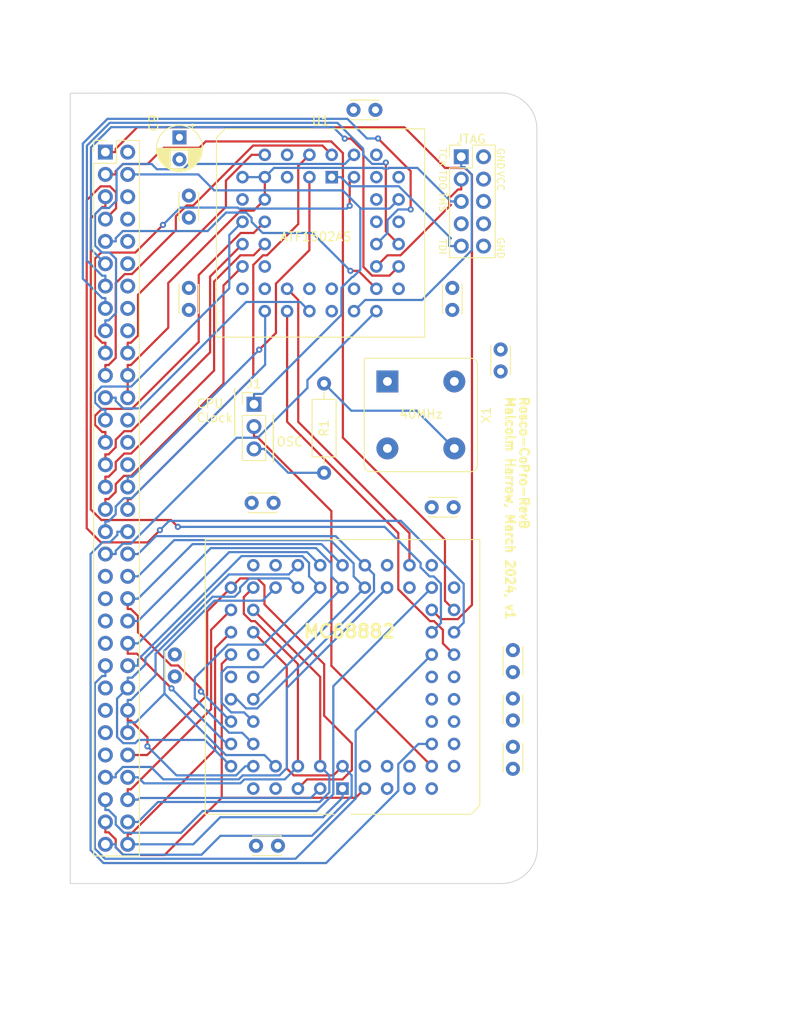
<source format=kicad_pcb>
(kicad_pcb (version 20240108) (generator "pcbnew") (generator_version "8.0")
  (layers (0 "F.Cu" signal) (1 "In1.Cu" power) (2 "In2.Cu" power) (31 "B.Cu" signal) (34 "B.Paste" user) (35 "F.Paste" user) (36 "B.SilkS" user "B.Silkscreen") (37 "F.SilkS" user "F.Silkscreen") (38 "B.Mask" user) (39 "F.Mask" user) (44 "Edge.Cuts" user))
  (net 0 "")
  (net 1 "+5V")
  (net 2 "GND")
  (net 3 "EXPSEL")
  (net 4 "A20")
  (net 5 "A21")
  (net 6 "A22")
  (net 7 "A23")
  (net 8 "A19")
  (net 9 "A17")
  (net 10 "A15")
  (net 11 "A13")
  (net 12 "A8")
  (net 13 "A7")
  (net 14 "A6")
  (net 15 "A5")
  (net 16 "A4")
  (net 17 "A3")
  (net 18 "A2")
  (net 19 "A1")
  (net 20 "D0")
  (net 21 "D1")
  (net 22 "D5")
  (net 23 "D6")
  (net 24 "D7")
  (net 25 "A11")
  (net 26 "A12")
  (net 27 "A10")
  (net 28 "A9")
  (net 29 "A14")
  (net 30 "A18")
  (net 31 "A16")
  (net 32 "D8")
  (net 33 "D9")
  (net 34 "D10")
  (net 35 "D11")
  (net 36 "D12")
  (net 37 "D13")
  (net 38 "D14")
  (net 39 "D15")
  (net 40 "RW")
  (net 41 "Net-(IC1-CLK)")
  (net 42 "DS")
  (net 43 "CS")
  (net 45 "CPUCLK")
  (net 46 "Net-(J1-Pin_3)")
  (net 47 "Net-(X1-OUT)")
  (net 49 "BERR")
  (net 50 "IPL0")
  (net 51 "UDS")
  (net 52 "BR")
  (net 53 "BGACK")
  (net 54 "AS")
  (net 55 "LDS")
  (net 56 "IPL2")
  (net 57 "VPA")
  (net 58 "VMA")
  (net 59 "CPUFC0")
  (net 60 "CPUFC1")
  (net 61 "RESET")
  (net 62 "MFPIEO")
  (net 63 "IOSEL")
  (net 64 "DTACK")
  (net 65 "IPL1")
  (net 66 "BG")
  (net 67 "E")
  (net 68 "D3")
  (net 69 "D4")
  (net 70 "D2")
  (net 72 "TCK")
  (net 73 "TDI")
  (net 75 "TDO")
  (footprint "Connector_PinHeader_2.54mm:PinHeader_2x05_P2.54mm_Vertical" (layer "F.Cu") (at 79.0171 60.8329)
    (property "Reference" "J2" (hide yes))
    (property "Value" "AVR-JTAG-10")
  )
  (footprint "Capacitor_THT:C_Disc_D3.0mm_W2.0mm_P2.50mm" (layer "F.Cu") (at 55.15 100.2)
    (property "Reference" "C3" (hide yes))
    (property "Value" "100nF")
  )
  (footprint "Connector_PinHeader_2.54mm:PinHeader_1x03_P2.54mm_Vertical" (layer "F.Cu") (at 55.42 88.9833)
    (property "Reference" "J1")
    (property "Value" "Conn_01x03")
  )
  (footprint "Resistor_THT:R_Axial_DIN0207_L6.3mm_D2.5mm_P10.16mm_Horizontal" (layer "F.Cu") (at 63.4 86.62 -90)
    (property "Reference" "R1")
    (property "Value" "33")
  )
  (footprint "Capacitor_THT:C_Disc_D3.0mm_W2.0mm_P2.50mm" (layer "F.Cu") (at 84.9 122.45 -90)
    (property "Reference" "C8" (hide yes))
    (property "Value" "100nF")
  )
  (footprint "Capacitor_THT:C_Disc_D3.0mm_W2.0mm_P2.50mm" (layer "F.Cu") (at 48 75.75 -90)
    (property "Reference" "C13" (hide yes))
    (property "Value" "100nF")
  )
  (footprint "Capacitor_THT:C_Disc_D3.0mm_W2.0mm_P2.50mm" (layer "F.Cu") (at 55.65 139.2)
    (property "Reference" "C5" (hide yes))
    (property "Value" "100nF")
  )
  (footprint "Capacitor_THT:C_Disc_D3.0mm_W2.0mm_P2.50mm" (layer "F.Cu") (at 75.65 100.7)
    (property "Reference" "C2" (hide yes))
    (property "Value" "100nF")
  )
  (footprint "Capacitor_THT:C_Disc_D3.0mm_W2.0mm_P2.50mm" (layer "F.Cu") (at 46.4 119.95 90)
    (property "Reference" "C6" (hide yes))
    (property "Value" "100nF")
  )
  (footprint "Capacitor_THT:C_Disc_D3.0mm_W2.0mm_P2.50mm" (layer "F.Cu") (at 84.9 119.45 90)
    (property "Reference" "C7" (hide yes))
    (property "Value" "100nF")
  )
  (footprint "Package_LCC:PLCC-68_THT-Socket" (layer "F.Cu") (at 65.5 132.7 180)
    (property "Reference" "IC1" (hide yes))
    (property "Value" "MC68882FN40A")
  )
  (footprint "Capacitor_THT:CP_Radial_D5.0mm_P2.50mm" (layer "F.Cu") (at 46.93 58.6249 -90)
    (property "Reference" "C9")
    (property "Value" "100uF")
  )
  (footprint "Capacitor_THT:C_Disc_D3.0mm_W2.0mm_P2.50mm" (layer "F.Cu") (at 84.9 130.45 90)
    (property "Reference" "C4" (hide yes))
    (property "Value" "100nF")
  )
  (footprint "Capacitor_THT:C_Disc_D3.0mm_W2.0mm_P2.50mm" (layer "F.Cu") (at 48 65.25 -90)
    (property "Reference" "C11" (hide yes))
    (property "Value" "100nF")
  )
  (footprint "Capacitor_THT:C_Disc_D3.0mm_W2.0mm_P2.50mm" (layer "F.Cu") (at 83.5 85.25 90)
    (property "Reference" "C1" (hide yes))
    (property "Value" "100nF")
  )
  (footprint "Package_LCC:PLCC-44_THT-Socket" (layer "F.Cu") (at 64.27 63.15)
    (property "Reference" "U1")
    (property "Value" "ATF1502AS-xAx44")
  )
  (footprint "Connector_PinHeader_2.54mm:PinHeader_2x32_P2.54mm_Vertical" (layer "F.Cu") (at 38.5 60.3)
    (property "Reference" "BUS1" (hide yes))
    (property "Value" "Conn_02x32_Odd_Even")
  )
  (footprint "Capacitor_THT:C_Disc_D3.0mm_W2.0mm_P2.50mm" (layer "F.Cu") (at 69.25 55.5 180)
    (property "Reference" "C10" (hide yes))
    (property "Value" "100nF")
  )
  (footprint "Capacitor_THT:C_Disc_D3.0mm_W2.0mm_P2.50mm" (layer "F.Cu") (at 78 75.75 -90)
    (property "Reference" "C12" (hide yes))
    (property "Value" "100nF")
  )
  (footprint "Oscillator:Oscillator_DIP-8_LargePads" (layer "F.Cu") (at 70.61 86.39 -90)
    (property "Reference" "X1")
    (property "Value" "CXO_DIP8_40M")
  )
  (gr_line (start 57.62 90.1833) (end 57.62 95.5833) (stroke (width 0.15)) (layer "F.SilkS"))
  (gr_line (start 53.22 87.1833) (end 53.22 92.5833) (stroke (width 0.15)) (layer "F.SilkS"))
  (gr_line (start 83.430152 53.571571) (end 34.5 53.6) (stroke (width 0.1)) (layer "Edge.Cuts"))
  (gr_line (start 34.5 53.6) (end 34.499906 143.5) (stroke (width 0.1)) (layer "Edge.Cuts"))
  (gr_arc (start 87.7 139.3) (mid 86.569848 142.228427) (end 83.7 143.5) (stroke (width 0.1)) (layer "Edge.Cuts"))
  (gr_arc (start 83.430152 53.571571) (mid 86.358579 54.701723) (end 87.630152 57.571571) (stroke (width 0.1)) (layer "Edge.Cuts"))
  (gr_line (start 83.7 143.5) (end 34.499906 143.5) (stroke (width 0.1)) (layer "Edge.Cuts"))
  (gr_line (start 87.630152 57.571571) (end 87.7 139.3) (stroke (width 0.1)) (layer "Edge.Cuts"))
  (gr_text "ATF1502AS" (at 58.32 70.51 0) (layer "F.SilkS") (effects (font (size 1 1)) (justify left bottom)))
  (gr_text "GND" (at 83.4921 71.2079 270) (layer "F.SilkS") (effects (font (size 0.8 0.8) (thickness 0.12))))
  (gr_text "Rosco-CoPro-RevB\nMalcolm Harrow, March 2024, v1" (at 84 88 270) (layer "F.SilkS") (effects (font (size 1 1) (thickness 0.25) (bold yes)) (justify left bottom)))
  (gr_text "VCC" (at 83.4921 63.5879 270) (layer "F.SilkS") (effects (font (size 0.8 0.8) (thickness 0.12))))
  (gr_text "TDO" (at 76.9 63.46 270) (layer "F.SilkS") (effects (font (size 0.8 0.8) (thickness 0.12))))
  (gr_text "CPU\nClock" (at 48.795 91.1083 0) (layer "F.SilkS") (effects (font (size 1 1)) (justify left bottom)))
  (gr_text "JTAG" (at 78.3521 59.4029 0) (layer "F.SilkS") (effects (font (size 1 1)) (justify left bottom)))
  (gr_text "TCK" (at 76.9 60.92 270) (layer "F.SilkS") (effects (font (size 0.8 0.8) (thickness 0.12))))
  (gr_text "MC68882" (at 60.9 115.7 0) (layer "F.SilkS") (effects (font (size 1.5 1.5) (thickness 0.3) (bold yes)) (justify left bottom)))
  (gr_text "40MHz" (at 71.9 90.7 0) (layer "F.SilkS") (effects (font (size 1 1)) (justify left bottom)))
  (gr_text "OSC" (at 57.895 93.8333 0) (layer "F.SilkS") (effects (font (size 1 1)) (justify left bottom)))
  (gr_text "GND" (at 83.4921 61.0479 270) (layer "F.SilkS") (effects (font (size 0.8 0.8) (thickness 0.12))))
  (gr_text "TMS" (at 76.9 66 270) (layer "F.SilkS") (effects (font (size 0.8 0.8) (thickness 0.12))))
  (gr_text "TDI" (at 76.9 71.08 270) (layer "F.SilkS") (effects (font (size 0.8 0.8) (thickness 0.12))))
  (segment (start 39.6767 105.6522) (end 40.4856 104.8433) (width 0.25) (layer "B.Cu") (net 8))
  (segment (start 40.4856 104.8433) (end 41.405 104.8433) (width 0.25) (layer "B.Cu") (net 8))
  (segment (start 39.6767 106.02) (end 39.6767 105.6522) (width 0.25) (layer "B.Cu") (net 8))
  (segment (start 61.5021 87.1301) (end 61.5021 86.2379) (width 0.25) (layer "B.Cu") (net 8))
  (segment (start 38.5 106.02) (end 39.6767 106.02) (width 0.25) (layer "B.Cu") (net 8))
  (segment (start 55.8389 92.7933) (end 61.5021 87.1301) (width 0.25) (layer "B.Cu") (net 8))
  (segment (start 61.5021 86.2379) (end 69.35 78.39) (width 0.25) (layer "B.Cu") (net 8))
  (segment (start 41.405 104.8433) (end 53.455 92.7933) (width 0.25) (layer "B.Cu") (net 8))
  (segment (start 53.455 92.7933) (end 55.8389 92.7933) (width 0.25) (layer "B.Cu") (net 8))
  (segment (start 51.9449 86.6304) (end 41.4453 97.13) (width 0.25) (layer "F.Cu") (net 9))
  (segment (start 41.4453 97.13) (end 40.6092 97.13) (width 0.25) (layer "F.Cu") (net 9))
  (segment (start 38.8678 99.7633) (end 38.5 99.7633) (width 0.25) (layer "F.Cu") (net 9))
  (segment (start 51.9449 75.4751) (end 51.9449 86.6304) (width 0.25) (layer "F.Cu") (net 9))
  (segment (start 39.6767 98.9544) (end 38.8678 99.7633) (width 0.25) (layer "F.Cu") (net 9))
  (segment (start 39.6767 98.0625) (end 39.6767 98.9544) (width 0.25) (layer "F.Cu") (net 9))
  (segment (start 54.11 73.31) (end 51.9449 75.4751) (width 0.25) (layer "F.Cu") (net 9))
  (segment (start 40.6092 97.13) (end 39.6767 98.0625) (width 0.25) (layer "F.Cu") (net 9))
  (segment (start 38.5 100.94) (end 38.5 99.7633) (width 0.25) (layer "F.Cu") (net 9))
  (segment (start 50.4236 74.4564) (end 54.11 70.77) (width 0.25) (layer "F.Cu") (net 10))
  (segment (start 38.5 95.86) (end 38.5 94.6833) (width 0.25) (layer "F.Cu") (net 10))
  (segment (start 38.5 94.6833) (end 38.8678 94.6833) (width 0.25) (layer "F.Cu") (net 10))
  (segment (start 50.4236 83.0741) (end 50.4236 74.4564) (width 0.25) (layer "F.Cu") (net 10))
  (segment (start 38.8678 94.6833) (end 39.6767 93.8744) (width 0.25) (layer "F.Cu") (net 10))
  (segment (start 40.6452 92.05) (end 41.4477 92.05) (width 0.25) (layer "F.Cu") (net 10))
  (segment (start 39.6767 93.8744) (end 39.6767 93.0185) (width 0.25) (layer "F.Cu") (net 10))
  (segment (start 39.6767 93.0185) (end 40.6452 92.05) (width 0.25) (layer "F.Cu") (net 10))
  (segment (start 41.4477 92.05) (end 50.4236 83.0741) (width 0.25) (layer "F.Cu") (net 10))
  (segment (start 38.0674 86.97) (end 41.4435 86.97) (width 0.25) (layer "B.Cu") (net 11))
  (segment (start 38.1323 89.6033) (end 37.3208 88.7918) (width 0.25) (layer "B.Cu") (net 11))
  (segment (start 52.6064 69.7336) (end 54.11 68.23) (width 0.25) (layer "B.Cu") (net 11))
  (segment (start 38.5 90.78) (end 38.5 89.6033) (width 0.25) (layer "B.Cu") (net 11))
  (segment (start 37.3208 88.7918) (end 37.3208 87.7166) (width 0.25) (layer "B.Cu") (net 11))
  (segment (start 52.6064 75.8071) (end 52.6064 69.7336) (width 0.25) (layer "B.Cu") (net 11))
  (segment (start 41.4435 86.97) (end 52.6064 75.8071) (width 0.25) (layer "B.Cu") (net 11))
  (segment (start 38.5 89.6033) (end 38.1323 89.6033) (width 0.25) (layer "B.Cu") (net 11))
  (segment (start 37.3208 87.7166) (end 38.0674 86.97) (width 0.25) (layer "B.Cu") (net 11))
  (segment (start 73.2562 62.4641) (end 73.2562 66.8261) (width 0.25) (layer "F.Cu") (net 12))
  (segment (start 69.5438 58.7517) (end 73.2562 62.4641) (width 0.25) (layer "F.Cu") (net 12))
  (via (at 73.2562 66.8261) (size 0.7) (drill 0.3) (layers "F.Cu" "B.Cu") (net 12))
  (via (at 69.5438 58.7517) (size 0.7) (drill 0.3) (layers "F.Cu" "B.Cu") (net 12))
  (segment (start 73.2562 66.8261) (end 71.822 66.8261) (width 0.25) (layer "B.Cu") (net 12))
  (segment (start 38.5 78.08) (end 38.5 76.9033) (width 0.25) (layer "B.Cu") (net 12))
  (segment (start 69.5438 58.7517) (end 68.2905 58.7517) (width 0.25) (layer "B.Cu") (net 12))
  (segment (start 38.7378 56.5179) (end 35.9302 59.3255) (width 0.25) (layer "B.Cu") (net 12))
  (segment (start 70.62 68.0281) (end 70.62 69.5) (width 0.25) (layer "B.Cu") (net 12))
  (segment (start 68.2905 58.7517) (end 66.0567 56.5179) (width 0.25) (layer "B.Cu") (net 12))
  (segment (start 66.0567 56.5179) (end 38.7378 56.5179) (width 0.25) (layer "B.Cu") (net 12))
  (segment (start 71.822 66.8261) (end 70.62 68.0281) (width 0.25) (layer "B.Cu") (net 12))
  (segment (start 70.62 69.5) (end 69.35 70.77) (width 0.25) (layer "B.Cu") (net 12))
  (segment (start 35.9302 59.3255) (end 35.9302 74.7012) (width 0.25) (layer "B.Cu") (net 12))
  (segment (start 35.9302 74.7012) (end 38.1323 76.9033) (width 0.25) (layer "B.Cu") (net 12))
  (segment (start 38.1323 76.9033) (end 38.5 76.9033) (width 0.25) (layer "B.Cu") (net 12))
  (segment (start 70.4317 61.4918) (end 70.4317 69.3117) (width 0.25) (layer "F.Cu") (net 13))
  (segment (start 70.4317 69.3117) (end 71.89 70.77) (width 0.25) (layer "F.Cu") (net 13))
  (via (at 70.4317 61.4918) (size 0.7) (drill 0.3) (layers "F.Cu" "B.Cu") (net 13))
  (segment (start 67.8479 60.6267) (end 67.8479 59.9037) (width 0.25) (layer "B.Cu") (net 13))
  (segment (start 38.5 75.54) (end 38.5 74.3633) (width 0.25) (layer "B.Cu") (net 13))
  (segment (start 36.3969 72.6279) (end 38.1323 74.3633) (width 0.25) (layer "B.Cu") (net 13))
  (segment (start 68.8691 61.6479) (end 67.8479 60.6267) (width 0.25) (layer "B.Cu") (net 13))
  (segment (start 70.4317 61.4918) (end 70.2756 61.6479) (width 0.25) (layer "B.Cu") (net 13))
  (segment (start 38.9992 56.9696) (end 36.3969 59.5719) (width 0.25) (layer "B.Cu") (net 13))
  (segment (start 70.2756 61.6479) (end 68.8691 61.6479) (width 0.25) (layer "B.Cu") (net 13))
  (segment (start 64.9138 56.9696) (end 38.9992 56.9696) (width 0.25) (layer "B.Cu") (net 13))
  (segment (start 36.3969 59.5719) (end 36.3969 72.6279) (width 0.25) (layer "B.Cu") (net 13))
  (segment (start 67.8479 59.9037) (end 64.9138 56.9696) (width 0.25) (layer "B.Cu") (net 13))
  (segment (start 38.1323 74.3633) (end 38.5 74.3633) (width 0.25) (layer "B.Cu") (net 13))
  (segment (start 70.8479 74.3521) (end 71.89 73.31) (width 0.25) (layer "F.Cu") (net 14))
  (segment (start 67.8793 73.3648) (end 68.8666 74.3521) (width 0.25) (layer "F.Cu") (net 14))
  (segment (start 67.8793 60.2028) (end 67.8793 73.3648) (width 0.25) (layer "F.Cu") (net 14))
  (segment (start 66.448 58.7715) (end 67.8793 60.2028) (width 0.25) (layer "F.Cu") (net 14))
  (segment (start 68.8666 74.3521) (end 70.8479 74.3521) (width 0.25) (layer "F.Cu") (net 14))
  (segment (start 65.7522 58.7715) (end 66.448 58.7715) (width 0.25) (layer "F.Cu") (net 14))
  (via (at 65.7522 58.7715) (size 0.7) (drill 0.3) (layers "F.Cu" "B.Cu") (net 14))
  (segment (start 64.4439 57.4632) (end 39.1496 57.4632) (width 0.25) (layer "B.Cu") (net 14))
  (segment (start 65.7522 58.7715) (end 64.4439 57.4632) (width 0.25) (layer "B.Cu") (net 14))
  (segment (start 39.1496 57.4632) (end 36.8581 59.7547) (width 0.25) (layer "B.Cu") (net 14))
  (segment (start 36.8581 59.7547) (end 36.8581 71.3581) (width 0.25) (layer "B.Cu") (net 14))
  (segment (start 36.8581 71.3581) (end 38.5 73) (width 0.25) (layer "B.Cu") (net 14))
  (segment (start 67.3096 73.8096) (end 66.3972 73.8096) (width 0.25) (layer "F.Cu") (net 15))
  (segment (start 69.35 75.85) (end 67.3096 73.8096) (width 0.25) (layer "F.Cu") (net 15))
  (via (at 66.3972 73.8096) (size 0.7) (drill 0.3) (layers "F.Cu" "B.Cu") (net 15))
  (segment (start 39.6767 70.0922) (end 40.4856 69.2833) (width 0.25) (layer "B.Cu") (net 15))
  (segment (start 40.4856 69.2833) (end 50.1397 69.2833) (width 0.25) (layer "B.Cu") (net 15))
  (segment (start 39.6767 70.46) (end 39.6767 70.0922) (width 0.25) (layer "B.Cu") (net 15))
  (segment (start 38.5 70.46) (end 39.6767 70.46) (width 0.25) (layer "B.Cu") (net 15))
  (segment (start 52.2434 67.1796) (end 54.5275 67.1796) (width 0.25) (layer "B.Cu") (net 15))
  (segment (start 56.4114 69.5) (end 62.0876 69.5) (width 0.25) (layer "B.Cu") (net 15))
  (segment (start 55.1479 67.8) (end 55.1479 68.2365) (width 0.25) (layer "B.Cu") (net 15))
  (segment (start 62.0876 69.5) (end 66.3972 73.8096) (width 0.25) (layer "B.Cu") (net 15))
  (segment (start 54.5275 67.1796) (end 55.1479 67.8) (width 0.25) (layer "B.Cu") (net 15))
  (segment (start 55.1479 68.2365) (end 56.4114 69.5) (width 0.25) (layer "B.Cu") (net 15))
  (segment (start 50.1397 69.2833) (end 52.2434 67.1796) (width 0.25) (layer "B.Cu") (net 15))
  (segment (start 37.9882 104.6979) (end 43.3139 104.6979) (width 0.25) (layer "F.Cu") (net 16))
  (segment (start 43.3139 104.6979) (end 44.7081 103.3037) (width 0.25) (layer "F.Cu") (net 16))
  (segment (start 37.9531 64.1997) (end 36.3736 65.7792) (width 0.25) (layer "F.Cu") (net 16))
  (segment (start 36.3736 103.0833) (end 37.9882 104.6979) (width 0.25) (layer "F.Cu") (net 16))
  (segment (start 36.3736 65.7792) (end 36.3736 103.0833) (width 0.25) (layer "F.Cu") (net 16))
  (segment (start 38.5 67.92) (end 39.7175 66.7025) (width 0.25) (layer "F.Cu") (net 16))
  (segment (start 39.7175 66.7025) (end 39.7175 64.8967) (width 0.25) (layer "F.Cu") (net 16))
  (segment (start 39.7175 64.8967) (end 39.0205 64.1997) (width 0.25) (layer "F.Cu") (net 16))
  (segment (start 39.0205 64.1997) (end 37.9531 64.1997) (width 0.25) (layer "F.Cu") (net 16))
  (via (at 44.7081 103.3037) (size 0.7) (drill 0.3) (layers "F.Cu" "B.Cu") (net 16))
  (segment (start 45.7627 102.2491) (end 44.7081 103.3037) (width 0.25) (layer "B.Cu") (net 16))
  (segment (start 72.1439 102.2491) (end 45.7627 102.2491) (width 0.25) (layer "B.Cu") (net 16))
  (segment (start 79.2948 113.8252) (end 79.2948 109.4) (width 0.25) (layer "B.Cu") (net 16))
  (segment (start 78.2 114.92) (end 79.2948 113.8252) (width 0.25) (layer "B.Cu") (net 16))
  (segment (start 79.2948 109.4) (end 72.1439 102.2491) (width 0.25) (layer "B.Cu") (net 16))
  (segment (start 38.036 102.149) (end 45.97 102.149) (width 0.25) (layer "F.Cu") (net 17))
  (segment (start 45.97 102.149) (end 46.7527 102.9317) (width 0.25) (layer "F.Cu") (net 17))
  (segment (start 38.1323 66.5567) (end 36.8385 67.8505) (width 0.25) (layer "F.Cu") (net 17))
  (segment (start 36.8385 100.9515) (end 38.036 102.149) (width 0.25) (layer "F.Cu") (net 17))
  (segment (start 36.8385 67.8505) (end 36.8385 100.9515) (width 0.25) (layer "F.Cu") (net 17))
  (segment (start 38.5 66.5567) (end 38.1323 66.5567) (width 0.25) (layer "F.Cu") (net 17))
  (segment (start 38.5 65.38) (end 38.5 66.5567) (width 0.25) (layer "F.Cu") (net 17))
  (via (at 46.7527 102.9317) (size 0.7) (drill 0.3) (layers "F.Cu" "B.Cu") (net 17))
  (segment (start 74.39 107.0232) (end 70.2985 102.9317) (width 0.25) (layer "B.Cu") (net 17))
  (segment (start 74.39 107.5503) (end 74.39 107.0232) (width 0.25) (layer "B.Cu") (net 17))
  (segment (start 75.8922 108.57) (end 75.4097 108.57) (width 0.25) (layer "B.Cu") (net 17))
  (segment (start 76.7016 113.8784) (end 76.7016 109.3794) (width 0.25) (layer "B.Cu") (net 17))
  (segment (start 75.66 114.92) (end 76.7016 113.8784) (width 0.25) (layer "B.Cu") (net 17))
  (segment (start 70.2985 102.9317) (end 46.7527 102.9317) (width 0.25) (layer "B.Cu") (net 17))
  (segment (start 76.7016 109.3794) (end 75.8922 108.57) (width 0.25) (layer "B.Cu") (net 17))
  (segment (start 75.4097 108.57) (end 74.39 107.5503) (width 0.25) (layer "B.Cu") (net 17))
  (segment (start 45.1471 59.8124) (end 43.2962 61.6633) (width 0.25) (layer "F.Cu") (net 18))
  (segment (start 64.2181 59.0878) (end 49.9214 59.0878) (width 0.25) (layer "F.Cu") (net 18))
  (segment (start 39.6767 62.4722) (end 39.6767 62.84) (width 0.25) (layer "F.Cu") (net 18))
  (segment (start 49.9214 59.0878) (end 49.1968 59.8124) (width 0.25) (layer "F.Cu") (net 18))
  (segment (start 65.54 92.784) (end 65.54 60.4097) (width 0.25) (layer "F.Cu") (net 18))
  (segment (start 65.54 60.4097) (end 64.2181 59.0878) (width 0.25) (layer "F.Cu") (net 18))
  (segment (start 77.1617 111.3417) (end 77.1617 104.4057) (width 0.25) (layer "F.Cu") (net 18))
  (segment (start 49.1968 59.8124) (end 45.1471 59.8124) (width 0.25) (layer "F.Cu") (net 18))
  (segment (start 38.5 62.84) (end 39.6767 62.84) (width 0.25) (layer "F.Cu") (net 18))
  (segment (start 78.2 112.38) (end 77.1617 111.3417) (width 0.25) (layer "F.Cu") (net 18))
  (segment (start 40.4856 61.6633) (end 39.6767 62.4722) (width 0.25) (layer "F.Cu") (net 18))
  (segment (start 43.2962 61.6633) (end 40.4856 61.6633) (width 0.25) (layer "F.Cu") (net 18))
  (segment (start 77.1617 104.4057) (end 65.54 92.784) (width 0.25) (layer "F.Cu") (net 18))
  (segment (start 72.547 57.4797) (end 77.1702 62.1029) (width 0.25) (layer "F.Cu") (net 19))
  (segment (start 39.6767 59.9323) (end 42.1293 57.4797) (width 0.25) (layer "F.Cu") (net 19))
  (segment (start 79.4348 62.1029) (end 80.2386 62.9067) (width 0.25) (layer "F.Cu") (net 19))
  (segment (start 39.6767 60.3) (end 39.6767 59.9323) (width 0.25) (layer "F.Cu") (net 19))
  (segment (start 80.2386 62.9067) (end 80.2386 111.8102) (width 0.25) (layer "F.Cu") (net 19))
  (segment (start 76.7049 113.4249) (end 75.66 112.38) (width 0.25) (layer "F.Cu") (net 19))
  (segment (start 38.5 60.3) (end 39.6767 60.3) (width 0.25) (layer "F.Cu") (net 19))
  (segment (start 80.2386 111.8102) (end 78.6239 113.4249) (width 0.25) (layer "F.Cu") (net 19))
  (segment (start 77.1702 62.1029) (end 79.4348 62.1029) (width 0.25) (layer "F.Cu") (net 19))
  (segment (start 42.1293 57.4797) (end 72.547 57.4797) (width 0.25) (layer "F.Cu") (net 19))
  (segment (start 78.6239 113.4249) (end 76.7049 113.4249) (width 0.25) (layer "F.Cu") (net 19))
  (segment (start 66.9908 133.7492) (end 68.04 132.7) (width 0.25) (layer "F.Cu") (net 20))
  (segment (start 38.8678 137.6767) (end 39.6767 138.4856) (width 0.25) (layer "F.Cu") (net 20))
  (segment (start 38.5 136.5) (end 38.5 137.6767) (width 0.25) (layer "F.Cu") (net 20))
  (segment (start 38.5 137.6767) (end 38.8678 137.6767) (width 0.25) (layer "F.Cu") (net 20))
  (segment (start 40.5697 140.2603) (end 45.2355 140.2603) (width 0.25) (layer "F.Cu") (net 20))
  (segment (start 51.7466 133.7492) (end 66.9908 133.7492) (width 0.25) (layer "F.Cu") (net 20))
  (segment (start 51.7466 133.7492) (end 51.7466 118.5134) (width 0.25) (layer "F.Cu") (net 20))
  (segment (start 39.6767 139.3673) (end 40.5697 140.2603) (width 0.25) (layer "F.Cu") (net 20))
  (segment (start 39.6767 138.4856) (end 39.6767 139.3673) (width 0.25) (layer "F.Cu") (net 20))
  (segment (start 51.7466 118.5134) (end 52.8 117.46) (width 0.25) (layer "F.Cu") (net 20))
  (segment (start 45.2355 140.2603) (end 51.7466 133.7492) (width 0.25) (layer "F.Cu") (net 20))
  (segment (start 59.15 130.4104) (end 59.15 118.73) (width 0.25) (layer "F.Cu") (net 21))
  (segment (start 59.15 118.73) (end 55.34 114.92) (width 0.25) (layer "F.Cu") (net 21))
  (segment (start 59.9415 131.2019) (end 59.15 130.4104) (width 0.25) (layer "F.Cu") (net 21))
  (segment (start 64.4581 131.2019) (end 59.9415 131.2019) (width 0.25) (layer "F.Cu") (net 21))
  (segment (start 65.5 130.16) (end 64.4581 131.2019) (width 0.25) (layer "F.Cu") (net 21))
  (segment (start 66.5379 133.553) (end 66.5379 131.1979) (width 0.25) (layer "B.Cu") (net 21))
  (segment (start 39.6767 139.04) (end 39.6767 139.4077) (width 0.25) (layer "B.Cu") (net 21))
  (segment (start 38.5 139.04) (end 39.6767 139.04) (width 0.25) (layer "B.Cu") (net 21))
  (segment (start 49.4467 140.2238) (end 51.5972 138.0733) (width 0.25) (layer "B.Cu") (net 21))
  (segment (start 39.6767 139.4077) (end 40.4928 140.2238) (width 0.25) (layer "B.Cu") (net 21))
  (segment (start 62.0176 138.0733) (end 66.5379 133.553) (width 0.25) (layer "B.Cu") (net 21))
  (segment (start 40.4928 140.2238) (end 49.4467 140.2238) (width 0.25) (layer "B.Cu") (net 21))
  (segment (start 66.5379 131.1979) (end 65.5 130.16) (width 0.25) (layer "B.Cu") (net 21))
  (segment (start 51.5972 138.0733) (end 62.0176 138.0733) (width 0.25) (layer "B.Cu") (net 21))
  (segment (start 60.42 130.16) (end 60.42 118.5308) (width 0.25) (layer "F.Cu") (net 22))
  (segment (start 55.0896 113.65) (end 54.2612 112.8216) (width 0.25) (layer "F.Cu") (net 22))
  (segment (start 54.2612 110.9188) (end 55.34 109.84) (width 0.25) (layer "F.Cu") (net 22))
  (segment (start 60.42 118.5308) (end 55.5392 113.65) (width 0.25) (layer "F.Cu") (net 22))
  (segment (start 54.2612 112.8216) (end 54.2612 110.9188) (width 0.25) (layer "F.Cu") (net 22))
  (segment (start 55.5392 113.65) (end 55.0896 113.65) (width 0.25) (layer "F.Cu") (net 22))
  (segment (start 53.8712 132.1041) (end 54.32 131.6553) (width 0.25) (layer "B.Cu") (net 22))
  (segment (start 41.04 131.42) (end 42.2167 131.42) (width 0.25) (layer "B.Cu") (net 22))
  (segment (start 42.2167 131.42) (end 42.9008 132.1041) (width 0.25) (layer "B.Cu") (net 22))
  (segment (start 42.9008 132.1041) (end 53.8712 132.1041) (width 0.25) (layer "B.Cu") (net 22))
  (segment (start 54.32 131.6553) (end 58.9247 131.6553) (width 0.25) (layer "B.Cu") (net 22))
  (segment (start 58.9247 131.6553) (end 60.42 130.16) (width 0.25) (layer "B.Cu") (net 22))
  (segment (start 55.8184 108.798) (end 53.842 108.798) (width 0.25) (layer "F.Cu") (net 23))
  (segment (start 61.4621 131.6579) (end 65.4992 131.6579) (width 0.25) (layer "F.Cu") (net 23))
  (segment (start 50.0851 122.0539) (end 50.0851 112.5549) (width 0.25) (layer "F.Cu") (net 23))
  (segment (start 66.5657 130.5914) (end 66.5657 127.567) (width 0.25) (layer "F.Cu") (net 23))
  (segment (start 56.61 109.5896) (end 55.8184 108.798) (width 0.25) (layer "F.Cu") (net 23))
  (segment (start 50.0851 112.5549) (end 52.8 109.84) (width 0.25) (layer "F.Cu") (net 23))
  (segment (start 43.259 128.88) (end 50.0851 122.0539) (width 0.25) (layer "F.Cu") (net 23))
  (segment (start 42.2167 128.88) (end 43.259 128.88) (width 0.25) (layer "F.Cu") (net 23))
  (segment (start 65.4992 131.6579) (end 66.5657 130.5914) (width 0.25) (layer "F.Cu") (net 23))
  (segment (start 56.61 111.7467) (end 56.61 109.5896) (width 0.25) (layer "F.Cu") (net 23))
  (segment (start 66.5657 127.567) (end 63.4102 124.4115) (width 0.25) (layer "F.Cu") (net 23))
  (segment (start 53.842 108.798) (end 52.8 109.84) (width 0.25) (layer "F.Cu") (net 23))
  (segment (start 41.04 128.88) (end 42.2167 128.88) (width 0.25) (layer "F.Cu") (net 23))
  (segment (start 63.4102 118.5469) (end 56.61 111.7467) (width 0.25) (layer "F.Cu") (net 23))
  (segment (start 63.4102 124.4115) (end 63.4102 118.5469) (width 0.25) (layer "F.Cu") (net 23))
  (segment (start 60.42 132.7) (end 61.4621 131.6579) (width 0.25) (layer "F.Cu") (net 23))
  (segment (start 45.2252 117.013) (end 50.9086 111.3296) (width 0.25) (layer "B.Cu") (net 24))
  (segment (start 45.2252 121.894) (end 45.2252 117.013) (width 0.25) (layer "B.Cu") (net 24))
  (segment (start 45.2252 121.894) (end 41.9559 125.1633) (width 0.25) (layer "B.Cu") (net 24))
  (segment (start 52.2212 128.89) (end 45.2252 121.894) (width 0.25) (layer "B.Cu") (net 24))
  (segment (start 50.9086 111.3296) (end 56.3904 111.3296) (width 0.25) (layer "B.Cu") (net 24))
  (segment (start 56.3904 111.3296) (end 57.88 109.84) (width 0.25) (layer "B.Cu") (net 24))
  (segment (start 57.88 130.16) (end 56.61 128.89) (width 0.25) (layer "B.Cu") (net 24))
  (segment (start 41.04 126.34) (end 41.04 125.1633) (width 0.25) (layer "B.Cu") (net 24))
  (segment (start 56.61 128.89) (end 52.2212 128.89) (width 0.25) (layer "B.Cu") (net 24))
  (segment (start 41.9559 125.1633) (end 41.04 125.1633) (width 0.25) (layer "B.Cu") (net 24))
  (segment (start 48.5028 66.3767) (end 55.323 59.5565) (width 0.25) (layer "F.Cu") (net 25))
  (segment (start 40.7059 74.1767) (end 41.5275 74.1767) (width 0.25) (layer "F.Cu") (net 25))
  (segment (start 38.5 85.7) (end 38.5 84.5233) (width 0.25) (layer "F.Cu") (net 25))
  (segment (start 38.5 84.5233) (end 38.8678 84.5233) (width 0.25) (layer "F.Cu") (net 25))
  (segment (start 46.5227 69.1815) (end 46.5227 67.6015) (width 0.25) (layer "F.Cu") (net 25))
  (segment (start 63.2165 59.5565) (end 64.27 60.61) (width 0.25) (layer "F.Cu") (net 25))
  (segment (start 47.7475 66.3767) (end 48.5028 66.3767) (width 0.25) (layer "F.Cu") (net 25))
  (segment (start 46.5227 67.6015) (end 47.7475 66.3767) (width 0.25) (layer "F.Cu") (net 25))
  (segment (start 38.8678 84.5233) (end 39.6767 83.7144) (width 0.25) (layer "F.Cu") (net 25))
  (segment (start 39.6767 83.7144) (end 39.6767 75.2059) (width 0.25) (layer "F.Cu") (net 25))
  (segment (start 41.5275 74.1767) (end 46.5227 69.1815) (width 0.25) (layer "F.Cu") (net 25))
  (segment (start 39.6767 75.2059) (end 40.7059 74.1767) (width 0.25) (layer "F.Cu") (net 25))
  (segment (start 55.323 59.5565) (end 63.2165 59.5565) (width 0.25) (layer "F.Cu") (net 25))
  (segment (start 60.6882 77.3482) (end 61.73 78.39) (width 0.25) (layer "B.Cu") (net 26))
  (segment (start 42.4171 89.4551) (end 54.524 77.3482) (width 0.25) (layer "B.Cu") (net 26))
  (segment (start 39.6767 88.6077) (end 40.5241 89.4551) (width 0.25) (layer "B.Cu") (net 26))
  (segment (start 38.5 88.24) (end 39.6767 88.24) (width 0.25) (layer "B.Cu") (net 26))
  (segment (start 39.6767 88.24) (end 39.6767 88.6077) (width 0.25) (layer "B.Cu") (net 26))
  (segment (start 40.5241 89.4551) (end 42.4171 89.4551) (width 0.25) (layer "B.Cu") (net 26))
  (segment (start 54.524 77.3482) (end 60.6882 77.3482) (width 0.25) (layer "B.Cu") (net 26))
  (segment (start 66.81 63.15) (end 66.3158 63.6442) (width 0.25) (layer "F.Cu") (net 27))
  (segment (start 38.5 81.9833) (end 38.1323 81.9833) (width 0.25) (layer "F.Cu") (net 27))
  (segment (start 38.5 83.16) (end 38.5 81.9833) (width 0.25) (layer "F.Cu") (net 27))
  (segment (start 66.3158 63.6442) (end 66.3158 66.4088) (width 0.25) (layer "F.Cu") (net 27))
  (segment (start 38.1323 81.9833) (end 37.3075 81.1585) (width 0.25) (layer "F.Cu") (net 27))
  (segment (start 41.9076 71.73) (end 45.0537 68.5839) (width 0.25) (layer "F.Cu") (net 27))
  (segment (start 38.0051 71.73) (end 41.9076 71.73) (width 0.25) (layer "F.Cu") (net 27))
  (segment (start 37.3075 72.4276) (end 38.0051 71.73) (width 0.25) (layer "F.Cu") (net 27))
  (segment (start 37.3075 81.1585) (end 37.3075 72.4276) (width 0.25) (layer "F.Cu") (net 27))
  (via (at 45.0537 68.5839) (size 0.7) (drill 0.3) (layers "F.Cu" "B.Cu") (net 27))
  (via (at 66.3158 66.4088) (size 0.7) (drill 0.3) (layers "F.Cu" "B.Cu") (net 27))
  (segment (start 53.5661 66.6139) (end 47.0237 66.6139) (width 0.25) (layer "B.Cu") (net 27))
  (segment (start 53.6801 66.7279) (end 53.5661 66.6139) (width 0.25) (layer "B.Cu") (net 27))
  (segment (start 65.9967 66.7279) (end 53.6801 66.7279) (width 0.25) (layer "B.Cu") (net 27))
  (segment (start 47.0237 66.6139) (end 45.0537 68.5839) (width 0.25) (layer "B.Cu") (net 27))
  (segment (start 66.3158 66.4088) (end 65.9967 66.7279) (width 0.25) (layer "B.Cu") (net 27))
  (segment (start 38.0191 66.6583) (end 37.3233 67.3541) (width 0.25) (layer "B.Cu") (net 28))
  (segment (start 43.7712 61.6552) (end 40.4961 61.6552) (width 0.25) (layer "B.Cu") (net 28))
  (segment (start 38.9225 66.6583) (end 38.0191 66.6583) (width 0.25) (layer "B.Cu") (net 28))
  (segment (start 38.1058 71.73) (end 38.9886 71.73) (width 0.25) (layer "B.Cu") (net 28))
  (segment (start 38.9886 71.73) (end 39.7153 72.4567) (width 0.25) (layer "B.Cu") (net 28))
  (segment (start 66.81 60.61) (end 65.7721 61.6479) (width 0.25) (layer "B.Cu") (net 28))
  (segment (start 37.3233 70.9475) (end 38.1058 71.73) (width 0.25) (layer "B.Cu") (net 28))
  (segment (start 48.0005 61.6479) (end 47.3968 62.2516) (width 0.25) (layer "B.Cu") (net 28))
  (segment (start 39.77 65.8108) (end 38.9225 66.6583) (width 0.25) (layer "B.Cu") (net 28))
  (segment (start 39.7153 78.5938) (end 38.8658 79.4433) (width 0.25) (layer "B.Cu") (net 28))
  (segment (start 44.3676 62.2516) (end 43.7712 61.6552) (width 0.25) (layer "B.Cu") (net 28))
  (segment (start 40.4961 61.6552) (end 39.77 62.3813) (width 0.25) (layer "B.Cu") (net 28))
  (segment (start 39.77 62.3813) (end 39.77 65.8108) (width 0.25) (layer "B.Cu") (net 28))
  (segment (start 38.8658 79.4433) (end 38.5 79.4433) (width 0.25) (layer "B.Cu") (net 28))
  (segment (start 37.3233 67.3541) (end 37.3233 70.9475) (width 0.25) (layer "B.Cu") (net 28))
  (segment (start 65.7721 61.6479) (end 48.0005 61.6479) (width 0.25) (layer "B.Cu") (net 28))
  (segment (start 47.3968 62.2516) (end 44.3676 62.2516) (width 0.25) (layer "B.Cu") (net 28))
  (segment (start 39.7153 72.4567) (end 39.7153 78.5938) (width 0.25) (layer "B.Cu") (net 28))
  (segment (start 38.5 80.62) (end 38.5 79.4433) (width 0.25) (layer "B.Cu") (net 28))
  (segment (start 37.3083 91.3193) (end 37.3083 90.3026) (width 0.25) (layer "F.Cu") (net 29))
  (segment (start 53.9067 69.5) (end 55.38 69.5) (width 0.25) (layer "F.Cu") (net 29))
  (segment (start 41.5156 89.51) (end 49.1267 81.8989) (width 0.25) (layer "F.Cu") (net 29))
  (segment (start 37.3083 90.3026) (end 38.1009 89.51) (width 0.25) (layer "F.Cu") (net 29))
  (segment (start 38.5 93.32) (end 38.5 92.1433) (width 0.25) (layer "F.Cu") (net 29))
  (segment (start 38.5 92.1433) (end 38.1323 92.1433) (width 0.25) (layer "F.Cu") (net 29))
  (segment (start 49.1267 74.28) (end 53.9067 69.5) (width 0.25) (layer "F.Cu") (net 29))
  (segment (start 55.38 69.5) (end 56.65 68.23) (width 0.25) (layer "F.Cu") (net 29))
  (segment (start 38.1009 89.51) (end 41.5156 89.51) (width 0.25) (layer "F.Cu") (net 29))
  (segment (start 49.1267 81.8989) (end 49.1267 74.28) (width 0.25) (layer "F.Cu") (net 29))
  (segment (start 38.1323 92.1433) (end 37.3083 91.3193) (width 0.25) (layer "F.Cu") (net 29))
  (segment (start 38.8678 102.3033) (end 39.6767 101.4944) (width 0.25) (layer "B.Cu") (net 30))
  (segment (start 39.6767 100.6025) (end 40.6092 99.67) (width 0.25) (layer "B.Cu") (net 30))
  (segment (start 41.5094 99.67) (end 56.6917 84.4877) (width 0.25) (layer "B.Cu") (net 30))
  (segment (start 38.5 103.48) (end 38.5 102.3033) (width 0.25) (layer "B.Cu") (net 30))
  (segment (start 56.6917 84.4877) (end 56.6917 78.4317) (width 0.25) (layer "B.Cu") (net 30))
  (segment (start 38.5 102.3033) (end 38.8678 102.3033) (width 0.25) (layer "B.Cu") (net 30))
  (segment (start 56.6917 78.4317) (end 56.65 78.39) (width 0.25) (layer "B.Cu") (net 30))
  (segment (start 40.6092 99.67) (end 41.5094 99.67) (width 0.25) (layer "B.Cu") (net 30))
  (segment (start 39.6767 101.4944) (end 39.6767 100.6025) (width 0.25) (layer "B.Cu") (net 30))
  (segment (start 50.8754 85.1495) (end 41.4349 94.59) (width 0.25) (layer "F.Cu") (net 31))
  (segment (start 56.65 70.77) (end 55.38 72.04) (width 0.25) (layer "F.Cu") (net 31))
  (segment (start 53.8679 72.04) (end 50.8754 75.0325) (width 0.25) (layer "F.Cu") (net 31))
  (segment (start 40.6452 94.59) (end 39.6767 95.5585) (width 0.25) (layer "F.Cu") (net 31))
  (segment (start 39.6767 96.4144) (end 38.8678 97.2233) (width 0.25) (layer "F.Cu") (net 31))
  (segment (start 55.38 72.04) (end 53.8679 72.04) (width 0.25) (layer "F.Cu") (net 31))
  (segment (start 41.4349 94.59) (end 40.6452 94.59) (width 0.25) (layer "F.Cu") (net 31))
  (segment (start 50.8754 75.0325) (end 50.8754 85.1495) (width 0.25) (layer "F.Cu") (net 31))
  (segment (start 38.8678 97.2233) (end 38.5 97.2233) (width 0.25) (layer "F.Cu") (net 31))
  (segment (start 39.6767 95.5585) (end 39.6767 96.4144) (width 0.25) (layer "F.Cu") (net 31))
  (segment (start 38.5 98.4) (end 38.5 97.2233) (width 0.25) (layer "F.Cu") (net 31))
  (segment (start 41.04 123.8) (end 41.04 124.9767) (width 0.25) (layer "F.Cu") (net 32))
  (segment (start 43.286 126.855) (end 43.286 127.896) (width 0.25) (layer "F.Cu") (net 32))
  (segment (start 41.4077 124.9767) (end 43.286 126.855) (width 0.25) (layer "F.Cu") (net 32))
  (segment (start 41.04 124.9767) (end 41.4077 124.9767) (width 0.25) (layer "F.Cu") (net 32))
  (via (at 43.286 127.896) (size 0.7) (drill 0.3) (layers "F.Cu" "B.Cu") (net 32))
  (segment (start 54.8797 108.7981) (end 59.3781 108.7981) (width 0.25) (layer "B.Cu") (net 32))
  (segment (start 44.2124 117.3687) (end 50.7032 110.8779) (width 0.25) (layer "B.Cu") (net 32))
  (segment (start 44.2124 119.8186) (end 44.2124 117.3687) (width 0.25) (layer "B.Cu") (net 32))
  (segment (start 41.04 123.8) (end 41.04 122.6233) (width 0.25) (layer "B.Cu") (net 32))
  (segment (start 53.23 110.8779) (end 53.8379 110.27) (width 0.25) (layer "B.Cu") (net 32))
  (segment (start 46.5885 131.1985) (end 53.3898 131.1985) (width 0.25) (layer "B.Cu") (net 32))
  (segment (start 41.04 122.6233) (end 41.4077 122.6233) (width 0.25) (layer "B.Cu") (net 32))
  (segment (start 53.8379 110.27) (end 53.8379 109.8399) (width 0.25) (layer "B.Cu") (net 32))
  (segment (start 50.7032 110.8779) (end 53.23 110.8779) (width 0.25) (layer "B.Cu") (net 32))
  (segment (start 53.3898 131.1985) (end 54.4283 130.16) (width 0.25) (layer "B.Cu") (net 32))
  (segment (start 54.4283 130.16) (end 55.34 130.16) (width 0.25) (layer "B.Cu") (net 32))
  (segment (start 43.286 127.896) (end 46.5885 131.1985) (width 0.25) (layer "B.Cu") (net 32))
  (segment (start 41.4077 122.6233) (end 44.2124 119.8186) (width 0.25) (layer "B.Cu") (net 32))
  (segment (start 59.3781 108.7981) (end 60.42 109.84) (width 0.25) (layer "B.Cu") (net 32))
  (segment (start 53.8379 109.8399) (end 54.8797 108.7981) (width 0.25) (layer "B.Cu") (net 32))
  (segment (start 41.04 120.0833) (end 41.5548 120.0833) (width 0.25) (layer "B.Cu") (net 33))
  (segment (start 52.8 130.16) (end 49.8066 127.1666) (width 0.25) (layer "B.Cu") (net 33))
  (segment (start 41.04 121.26) (end 41.04 120.0833) (width 0.25) (layer "B.Cu") (net 33))
  (segment (start 59.3778 108.3422) (end 60.42 107.3) (width 0.25) (layer "B.Cu") (net 33))
  (segment (start 41.5548 120.0833) (end 43.0554 118.5827) (width 0.25) (layer "B.Cu") (net 33))
  (segment (start 52.574 108.3422) (end 59.3778 108.3422) (width 0.25) (layer "B.Cu") (net 33))
  (segment (start 43.0554 117.8608) (end 52.574 108.3422) (width 0.25) (layer "B.Cu") (net 33))
  (segment (start 40.5369 127.5393) (end 39.8262 126.8286) (width 0.25) (layer "B.Cu") (net 33))
  (segment (start 42.2694 127.1666) (end 41.8967 127.5393) (width 0.25) (layer "B.Cu") (net 33))
  (segment (start 49.8066 127.1666) (end 42.2694 127.1666) (width 0.25) (layer "B.Cu") (net 33))
  (segment (start 39.8262 126.8286) (end 39.8262 122.4738) (width 0.25) (layer "B.Cu") (net 33))
  (segment (start 41.8967 127.5393) (end 40.5369 127.5393) (width 0.25) (layer "B.Cu") (net 33))
  (segment (start 43.0554 118.5827) (end 43.0554 117.8608) (width 0.25) (layer "B.Cu") (net 33))
  (segment (start 39.8262 122.4738) (end 41.04 121.26) (width 0.25) (layer "B.Cu") (net 33))
  (segment (start 52.4491 116.3277) (end 48.6789 120.0979) (width 0.25) (layer "B.Cu") (net 34))
  (segment (start 41.04 118.72) (end 42.2167 118.72) (width 0.25) (layer "B.Cu") (net 34))
  (segment (start 61.6899 107.0227) (end 61.6899 108.5699) (width 0.25) (layer "B.Cu") (net 34))
  (segment (start 48.6789 120.0979) (end 48.6789 122.4505) (width 0.25) (layer "B.Cu") (net 34))
  (segment (start 62.96 109.84) (end 56.4723 116.3277) (width 0.25) (layer "B.Cu") (net 34))
  (segment (start 56.4723 116.3277) (end 52.4491 116.3277) (width 0.25) (layer "B.Cu") (net 34))
  (segment (start 42.2167 118.72) (end 42.2167 118.0344) (width 0.25) (layer "B.Cu") (net 34))
  (segment (start 48.6789 122.4505) (end 52.5784 126.35) (width 0.25) (layer "B.Cu") (net 34))
  (segment (start 52.5784 126.35) (end 54.07 126.35) (width 0.25) (layer "B.Cu") (net 34))
  (segment (start 53.9951 106.256) (end 60.9232 106.256) (width 0.25) (layer "B.Cu") (net 34))
  (segment (start 61.6899 108.5699) (end 62.96 109.84) (width 0.25) (layer "B.Cu") (net 34))
  (segment (start 42.2167 118.0344) (end 53.9951 106.256) (width 0.25) (layer "B.Cu") (net 34))
  (segment (start 54.07 126.35) (end 55.34 127.62) (width 0.25) (layer "B.Cu") (net 34))
  (segment (start 60.9232 106.256) (end 61.6899 107.0227) (width 0.25) (layer "B.Cu") (net 34))
  (segment (start 42.0798 117.3567) (end 46.0289 121.3058) (width 0.25) (layer "F.Cu") (net 35))
  (segment (start 41.04 117.3567) (end 42.0798 117.3567) (width 0.25) (layer "F.Cu") (net 35))
  (segment (start 41.04 116.18) (end 41.04 117.3567) (width 0.25) (layer "F.Cu") (net 35))
  (via (at 46.0289 121.3058) (size 0.7) (drill 0.3) (layers "F.Cu" "B.Cu") (net 35))
  (segment (start 52.3431 127.62) (end 46.0289 121.3058) (width 0.25) (layer "B.Cu") (net 35))
  (segment (start 52.8 127.62) (end 52.3431 127.62) (width 0.25) (layer "B.Cu") (net 35))
  (segment (start 52.5924 105.8043) (end 61.4643 105.8043) (width 0.25) (layer "B.Cu") (net 35))
  (segment (start 61.4643 105.8043) (end 62.96 107.3) (width 0.25) (layer "B.Cu") (net 35))
  (segment (start 42.2167 116.18) (end 52.5924 105.8043) (width 0.25) (layer "B.Cu") (net 35))
  (segment (start 41.04 116.18) (end 42.2167 116.18) (width 0.25) (layer "B.Cu") (net 35))
  (segment (start 64.23 107.0933) (end 64.23 108.57) (width 0.25) (layer "B.Cu") (net 36))
  (segment (start 65.5 109.84) (end 56.4509 118.8891) (width 0.25) (layer "B.Cu") (net 36))
  (segment (start 41.04 113.64) (end 42.2167 113.64) (width 0.25) (layer "B.Cu") (net 36))
  (segment (start 50.5079 105.3488) (end 62.4855 105.3488) (width 0.25) (layer "B.Cu") (net 36))
  (segment (start 62.4855 105.3488) (end 64.23 107.0933) (width 0.25) (layer "B.Cu") (net 36))
  (segment (start 56.4509 118.8891) (end 52.3456 118.8891) (width 0.25) (layer "B.Cu") (net 36))
  (segment (start 54.295 124.035) (end 55.34 125.08) (width 0.25) (layer "B.Cu") (net 36))
  (segment (start 51.7153 122.9231) (end 52.8272 124.035) (width 0.25) (layer "B.Cu") (net 36))
  (segment (start 52.8272 124.035) (end 54.295 124.035) (width 0.25) (layer "B.Cu") (net 36))
  (segment (start 42.2167 113.64) (end 50.5079 105.3488) (width 0.25) (layer "B.Cu") (net 36))
  (segment (start 52.3456 118.8891) (end 51.7153 119.5194) (width 0.25) (layer "B.Cu") (net 36))
  (segment (start 51.7153 119.5194) (end 51.7153 122.9231) (width 0.25) (layer "B.Cu") (net 36))
  (segment (start 64.23 108.57) (end 65.5 109.84) (width 0.25) (layer "B.Cu") (net 36))
  (segment (start 42.2167 114.9257) (end 45.991 118.7) (width 0.25) (layer "F.Cu") (net 37))
  (segment (start 49.382 121.2957) (end 49.382 121.662) (width 0.25) (layer "F.Cu") (net 37))
  (segment (start 41.04 111.1) (end 41.04 112.2767) (width 0.25) (layer "F.Cu") (net 37))
  (segment (start 42.2167 113.0856) (end 42.2167 114.9257) (width 0.25) (layer "F.Cu") (net 37))
  (segment (start 41.04 112.2767) (end 41.4078 112.2767) (width 0.25) (layer "F.Cu") (net 37))
  (segment (start 41.4078 112.2767) (end 42.2167 113.0856) (width 0.25) (layer "F.Cu") (net 37))
  (segment (start 45.991 118.7) (end 46.7863 118.7) (width 0.25) (layer "F.Cu") (net 37))
  (segment (start 46.7863 118.7) (end 49.382 121.2957) (width 0.25) (layer "F.Cu") (net 37))
  (via (at 49.382 121.662) (size 0.7) (drill 0.3) (layers "F.Cu" "B.Cu") (net 37))
  (segment (start 63.0948 104.8948) (end 65.5 107.3) (width 0.25) (layer "B.Cu") (net 37))
  (segment (start 42.2167 111.1) (end 48.4219 104.8948) (width 0.25) (layer "B.Cu") (net 37))
  (segment (start 52.8 125.08) (end 49.382 121.662) (width 0.25) (layer "B.Cu") (net 37))
  (segment (start 48.4219 104.8948) (end 63.0948 104.8948) (width 0.25) (layer "B.Cu") (net 37))
  (segment (start 41.04 111.1) (end 42.2167 111.1) (width 0.25) (layer "B.Cu") (net 37))
  (segment (start 68.04 109.84) (end 55.34 122.54) (width 0.25) (layer "B.Cu") (net 38))
  (segment (start 41.04 108.56) (end 42.2167 108.56) (width 0.25) (layer "B.Cu") (net 38))
  (segment (start 42.2167 108.56) (end 46.3362 104.4405) (width 0.25) (layer "B.Cu") (net 38))
  (segment (start 66.77 107.0933) (end 66.77 108.57) (width 0.25) (layer "B.Cu") (net 38))
  (segment (start 66.77 108.57) (end 68.04 109.84) (width 0.25) (layer "B.Cu") (net 38))
  (segment (start 46.3362 104.4405) (end 64.1172 104.4405) (width 0.25) (layer "B.Cu") (net 38))
  (segment (start 64.1172 104.4405) (end 66.77 107.0933) (width 0.25) (layer "B.Cu") (net 38))
  (segment (start 64.7288 103.9888) (end 68.04 107.3) (width 0.25) (layer "B.Cu") (net 39))
  (segment (start 68.04 107.3) (end 69.0817 108.3417) (width 0.25) (layer "B.Cu") (net 39))
  (segment (start 55.7748 123.5853) (end 54.5283 123.5853) (width 0.25) (layer "B.Cu") (net 39))
  (segment (start 42.2167 106.02) (end 44.2479 103.9888) (width 0.25) (layer "B.Cu") (net 39))
  (segment (start 44.2479 103.9888) (end 64.7288 103.9888) (width 0.25) (layer "B.Cu") (net 39))
  (segment (start 54.5283 123.5853) (end 53.483 122.54) (width 0.25) (layer "B.Cu") (net 39))
  (segment (start 41.04 106.02) (end 42.2167 106.02) (width 0.25) (layer "B.Cu") (net 39))
  (segment (start 69.0817 110.2784) (end 55.7748 123.5853) (width 0.25) (layer "B.Cu") (net 39))
  (segment (start 53.483 122.54) (end 52.8 122.54) (width 0.25) (layer "B.Cu") (net 39))
  (segment (start 69.0817 108.3417) (end 69.0817 110.2784) (width 0.25) (layer "B.Cu") (net 39))
  (segment (start 39.6767 135.9456) (end 39.6767 136.8015) (width 0.25) (layer "B.Cu") (net 40))
  (segment (start 38.5 133.96) (end 38.5 135.1367) (width 0.25) (layer "B.Cu") (net 40))
  (segment (start 49.5924 135.2495) (end 62.5466 135.2495) (width 0.25) (layer "B.Cu") (net 40))
  (segment (start 38.8678 135.1367) (end 39.6767 135.9456) (width 0.25) (layer "B.Cu") (net 40))
  (segment (start 38.5 135.1367) (end 38.8678 135.1367) (width 0.25) (layer "B.Cu") (net 40))
  (segment (start 39.6767 136.8015) (end 40.602 137.7268) (width 0.25) (layer "B.Cu") (net 40))
  (segment (start 62.5466 135.2495) (end 64.4519 133.3442) (width 0.25) (layer "B.Cu") (net 40))
  (segment (start 40.602 137.7268) (end 47.1151 137.7268) (width 0.25) (layer "B.Cu") (net 40))
  (segment (start 64.4519 133.3442) (end 64.4519 121.0481) (width 0.25) (layer "B.Cu") (net 40))
  (segment (start 64.4519 121.0481) (end 75.66 109.84) (width 0.25) (layer "B.Cu") (net 40))
  (segment (start 47.1151 137.7268) (end 49.5924 135.2495) (width 0.25) (layer "B.Cu") (net 40))
  (segment (start 64.23 101.1423) (end 55.7877 92.7) (width 0.25) (layer "F.Cu") (net 41))
  (segment (start 55.7877 92.7) (end 55.42 92.7) (width 0.25) (layer "F.Cu") (net 41))
  (segment (start 75.66 130.16) (end 64.23 118.73) (width 0.25) (layer "F.Cu") (net 41))
  (segment (start 55.42 91.5233) (end 55.42 92.7) (width 0.25) (layer "F.Cu") (net 41))
  (segment (start 64.23 118.73) (end 64.23 101.1423) (width 0.25) (layer "F.Cu") (net 41))
  (segment (start 59.19 78.39) (end 59.19 90.9765) (width 0.25) (layer "F.Cu") (net 42))
  (segment (start 76.93 114.6559) (end 76.93 116.19) (width 0.25) (layer "F.Cu") (net 42))
  (segment (start 76.93 116.19) (end 78.2 117.46) (width 0.25) (layer "F.Cu") (net 42))
  (segment (start 71.85 110.0392) (end 75.4608 113.65) (width 0.25) (layer "F.Cu") (net 42))
  (segment (start 75.9241 113.65) (end 76.93 114.6559) (width 0.25) (layer "F.Cu") (net 42))
  (segment (start 75.4608 113.65) (end 75.9241 113.65) (width 0.25) (layer "F.Cu") (net 42))
  (segment (start 71.85 103.6365) (end 71.85 110.0392) (width 0.25) (layer "F.Cu") (net 42))
  (segment (start 59.19 90.9765) (end 71.85 103.6365) (width 0.25) (layer "F.Cu") (net 42))
  (segment (start 73.12 103.6513) (end 73.12 107.3) (width 0.25) (layer "F.Cu") (net 43))
  (segment (start 59.19 75.85) (end 60.4581 77.1181) (width 0.25) (layer "F.Cu") (net 43))
  (segment (start 60.4581 77.1181) (end 60.4581 90.9894) (width 0.25) (layer "F.Cu") (net 43))
  (segment (start 60.4581 90.9894) (end 73.12 103.6513) (width 0.25) (layer "F.Cu") (net 43))
  (segment (start 49.0758 62.84) (end 42.2167 62.84) (width 0.25) (layer "B.Cu") (net 45))
  (segment (start 56.3761 87.8066) (end 65.3808 78.8019) (width 0.25) (layer "B.Cu") (net 45))
  (segment (start 66.7177 74.4864) (end 67.5255 73.6786) (width 0.25) (layer "B.Cu") (net 45))
  (segment (start 67.5255 66.6615) (end 65.5161 64.6521) (width 0.25) (layer "B.Cu") (net 45))
  (segment (start 65.5161 64.6521) (end 50.8879 64.6521) (width 0.25) (layer "B.Cu") (net 45))
  (segment (start 67.5255 66.7327) (end 70.8473 66.7327) (width 0.25) (layer "B.Cu") (net 45))
  (segment (start 70.8473 66.7327) (end 71.89 65.69) (width 0.25) (layer "B.Cu") (net 45))
  (segment (start 67.5255 73.6786) (end 67.5255 66.7327) (width 0.25) (layer "B.Cu") (net 45))
  (segment (start 55.42 88.9833) (end 55.42 87.8066) (width 0.25) (layer "B.Cu") (net 45))
  (segment (start 66.6271 74.4864) (end 66.7177 74.4864) (width 0.25) (layer "B.Cu") (net 45))
  (segment (start 41.04 62.84) (end 42.2167 62.84) (width 0.25) (layer "B.Cu") (net 45))
  (segment (start 67.5255 66.7327) (end 67.5255 66.6615) (width 0.25) (layer "B.Cu") (net 45))
  (segment (start 65.3808 78.8019) (end 65.3808 75.7327) (width 0.25) (layer "B.Cu") (net 45))
  (segment (start 55.42 87.8066) (end 56.3761 87.8066) (width 0.25) (layer "B.Cu") (net 45))
  (segment (start 50.8879 64.6521) (end 49.0758 62.84) (width 0.25) (layer "B.Cu") (net 45))
  (segment (start 65.3808 75.7327) (end 66.6271 74.4864) (width 0.25) (layer "B.Cu") (net 45))
  (segment (start 55.42 94.0633) (end 56.5967 94.0633) (width 0.25) (layer "B.Cu") (net 46))
  (segment (start 59.3134 96.78) (end 56.5967 94.0633) (width 0.25) (layer "B.Cu") (net 46))
  (segment (start 63.4 96.78) (end 59.3134 96.78) (width 0.25) (layer "B.Cu") (net 46))
  (segment (start 66.4987 89.7187) (end 63.4 86.62) (width 0.25) (layer "B.Cu") (net 47))
  (segment (start 73.9387 89.7187) (end 66.4987 89.7187) (width 0.25) (layer "B.Cu") (net 47))
  (segment (start 78.23 94.01) (end 73.9387 89.7187) (width 0.25) (layer "B.Cu") (net 47))
  (segment (start 41.4077 99.7633) (end 41.04 99.7633) (width 0.25) (layer "F.Cu") (net 51))
  (segment (start 55.3383 85.8327) (end 41.4077 99.7633) (width 0.25) (layer "F.Cu") (net 51))
  (segment (start 41.04 100.94) (end 41.04 99.7633) (width 0.25) (layer "F.Cu") (net 51))
  (segment (start 61.73 60.61) (end 60.46 61.88) (width 0.25) (layer "F.Cu") (net 51))
  (segment (start 60.46 68.4858) (end 56.9058 72.04) (width 0.25) (layer "F.Cu") (net 51))
  (segment (start 55.3383 73.1391) (end 55.3383 85.8327) (width 0.25) (layer "F.Cu") (net 51))
  (segment (start 56.4374 72.04) (end 55.3383 73.1391) (width 0.25) (layer "F.Cu") (net 51))
  (segment (start 60.46 61.88) (end 60.46 68.4858) (width 0.25) (layer "F.Cu") (net 51))
  (segment (start 56.9058 72.04) (end 56.4374 72.04) (width 0.25) (layer "F.Cu") (net 51))
  (segment (start 38.5 119.8967) (end 38.1323 119.8967) (width 0.25) (layer "B.Cu") (net 54))
  (segment (start 38.1323 119.8967) (end 37.2949 120.7341) (width 0.25) (layer "B.Cu") (net 54))
  (segment (start 37.2949 120.7341) (end 37.2949 139.5227) (width 0.25) (layer "B.Cu") (net 54))
  (segment (start 66.9974 133.8343) (end 66.9974 126.1226) (width 0.25) (layer "B.Cu") (net 54))
  (segment (start 37.2949 139.5227) (end 38.4564 140.6842) (width 0.25) (layer "B.Cu") (net 54))
  (segment (start 60.1475 140.6842) (end 66.9974 133.8343) (width 0.25) (layer "B.Cu") (net 54))
  (segment (start 38.4564 140.6842) (end 60.1475 140.6842) (width 0.25) (layer "B.Cu") (net 54))
  (segment (start 66.9974 126.1226) (end 75.66 117.46) (width 0.25) (layer "B.Cu") (net 54))
  (segment (start 38.5 118.72) (end 38.5 119.8967) (width 0.25) (layer "B.Cu") (net 54))
  (segment (start 57.92 75.2638) (end 61.73 71.4538) (width 0.25) (layer "F.Cu") (net 55))
  (segment (start 56.015 82.7819) (end 57.92 80.8769) (width 0.25) (layer "F.Cu") (net 55))
  (segment (start 61.73 71.4538) (end 61.73 63.15) (width 0.25) (layer "F.Cu") (net 55))
  (segment (start 57.92 80.8769) (end 57.92 75.2638) (width 0.25) (layer "F.Cu") (net 55))
  (via (at 56.015 82.7819) (size 0.7) (drill 0.3) (layers "F.Cu" "B.Cu") (net 55))
  (segment (start 41.5736 97.2233) (end 56.015 82.7819) (width 0.25) (layer "B.Cu") (net 55))
  (segment (start 41.04 97.2233) (end 41.5736 97.2233) (width 0.25) (layer "B.Cu") (net 55))
  (segment (start 41.04 98.4) (end 41.04 97.2233) (width 0.25) (layer "B.Cu") (net 55))
  (segment (start 55.158 60.61) (end 56.65 60.61) (width 0.25) (layer "F.Cu") (net 59))
  (segment (start 42.2167 76.5307) (end 52.2225 66.5249) (width 0.25) (layer "F.Cu") (net 59))
  (segment (start 52.2225 63.5455) (end 55.158 60.61) (width 0.25) (layer "F.Cu") (net 59))
  (segment (start 42.2167 81.1744) (end 42.2167 76.5307) (width 0.25) (layer "F.Cu") (net 59))
  (segment (start 52.2225 66.5249) (end 52.2225 63.5455) (width 0.25) (layer "F.Cu") (net 59))
  (segment (start 41.04 81.9833) (end 41.4078 81.9833) (width 0.25) (layer "F.Cu") (net 59))
  (segment (start 41.04 83.16) (end 41.04 81.9833) (width 0.25) (layer "F.Cu") (net 59))
  (segment (start 41.4078 81.9833) (end 42.2167 81.1744) (width 0.25) (layer "F.Cu") (net 59))
  (segment (start 41.04 84.5233) (end 41.4077 84.5233) (width 0.25) (layer "F.Cu") (net 60))
  (segment (start 41.04 85.7) (end 41.04 84.5233) (width 0.25) (layer "F.Cu") (net 60))
  (segment (start 56.65 65.69) (end 56.65 63.15) (width 0.25) (layer "F.Cu") (net 60))
  (segment (start 41.4077 84.5233) (end 45.6578 80.2732) (width 0.25) (layer "F.Cu") (net 60))
  (segment (start 53.886 66.96) (end 55.38 66.96) (width 0.25) (layer "F.Cu") (net 60))
  (segment (start 55.38 66.96) (end 56.65 65.69) (width 0.25) (layer "F.Cu") (net 60))
  (segment (start 45.6578 75.1882) (end 53.886 66.96) (width 0.25) (layer "F.Cu") (net 60))
  (segment (start 41.04 88.24) (end 41.04 85.7) (width 0.25) (layer "F.Cu") (net 60))
  (segment (start 45.6578 80.2732) (end 45.6578 75.1882) (width 0.25) (layer "F.Cu") (net 60))
  (segment (start 70.712 62.1685) (end 70.7806 62.0999) (width 0.25) (layer "B.Cu") (net 60))
  (segment (start 56.65 63.15) (end 57.7001 62.0999) (width 0.25) (layer "B.Cu") (net 60))
  (segment (start 70.7806 62.0999) (end 74.0274 62.0999) (width 0.25) (layer "B.Cu") (net 60))
  (segment (start 54.11 63.15) (end 56.65 63.15) (width 0.25) (layer "B.Cu") (net 60))
  (segment (start 74.0274 62.0999) (end 77.8404 65.9129) (width 0.25) (layer "B.Cu") (net 60))
  (segment (start 79.0171 65.9129) (end 77.8404 65.9129) (width 0.25) (layer "B.Cu") (net 60))
  (segment (start 70.1515 62.1685) (end 70.712 62.1685) (width 0.25) (layer "B.Cu") (net 60))
  (segment (start 57.7001 62.0999) (end 70.0829 62.0999) (width 0.25) (layer "B.Cu") (net 60))
  (segment (start 70.0829 62.0999) (end 70.1515 62.1685) (width 0.25) (layer "B.Cu") (net 60))
  (segment (start 39.8633 103.8478) (end 39.0544 104.6567) (width 0.25) (layer "B.Cu") (net 61))
  (segment (start 38.2811 141.1735) (end 63.6253 141.1735) (width 0.25) (layer "B.Cu") (net 61))
  (segment (start 63.6253 141.1735) (end 71.85 132.9488) (width 0.25) (layer "B.Cu") (net 61))
  (segment (start 41.04 103.48) (end 39.8633 103.48) (width 0.25) (layer "B.Cu") (net 61))
  (segment (start 71.85 132.9488) (end 71.85 129.9154) (width 0.25) (layer "B.Cu") (net 61))
  (segment (start 36.8132 139.7056) (end 38.2811 141.1735) (width 0.25) (layer "B.Cu") (net 61))
  (segment (start 39.8633 103.48) (end 39.8633 103.8478) (width 0.25) (layer "B.Cu") (net 61))
  (segment (start 71.85 129.9154) (end 74.1454 127.62) (width 0.25) (layer "B.Cu") (net 61))
  (segment (start 39.0544 104.6567) (end 38.1822 104.6567) (width 0.25) (layer "B.Cu") (net 61))
  (segment (start 38.1822 104.6567) (end 36.8132 106.0257) (width 0.25) (layer "B.Cu") (net 61))
  (segment (start 74.1454 127.62) (end 75.66 127.62) (width 0.25) (layer "B.Cu") (net 61))
  (segment (start 36.8132 106.0257) (end 36.8132 139.7056) (width 0.25) (layer "B.Cu") (net 61))
  (segment (start 54.1344 131.2021) (end 58.3213 131.2021) (width 0.25) (layer "B.Cu") (net 64))
  (segment (start 59.15 121.27) (end 70.58 109.84) (width 0.25) (layer "B.Cu") (net 64))
  (segment (start 53.6856 131.6509) (end 54.1344 131.2021) (width 0.25) (layer "B.Cu") (net 64))
  (segment (start 43.6797 130.2425) (end 45.0881 131.6509) (width 0.25) (layer "B.Cu") (net 64))
  (segment (start 39.6767 131.0523) (end 40.4865 130.2425) (width 0.25) (layer "B.Cu") (net 64))
  (segment (start 39.6767 131.42) (end 39.6767 131.0523) (width 0.25) (layer "B.Cu") (net 64))
  (segment (start 45.0881 131.6509) (end 53.6856 131.6509) (width 0.25) (layer "B.Cu") (net 64))
  (segment (start 40.4865 130.2425) (end 43.6797 130.2425) (width 0.25) (layer "B.Cu") (net 64))
  (segment (start 38.5 131.42) (end 39.6767 131.42) (width 0.25) (layer "B.Cu") (net 64))
  (segment (start 59.15 130.3734) (end 59.15 121.27) (width 0.25) (layer "B.Cu") (net 64))
  (segment (start 58.3213 131.2021) (end 59.15 130.3734) (width 0.25) (layer "B.Cu") (net 64))
  (segment (start 62.9585 130.1585) (end 62.96 130.16) (width 0.25) (layer "F.Cu") (net 68))
  (segment (start 55.34 112.38) (end 62.9585 119.9985) (width 0.25) (layer "F.Cu") (net 68))
  (segment (start 62.9585 119.9985) (end 62.9585 130.1585) (width 0.25) (layer "F.Cu") (net 68))
  (segment (start 64.0002 131.2002) (end 64.0002 133.1328) (width 0.25) (layer "B.Cu") (net 68))
  (segment (start 41.04 136.5) (end 42.2167 136.5) (width 0.25) (layer "B.Cu") (net 68))
  (segment (start 62.96 130.16) (end 64.0002 131.2002) (width 0.25) (layer "B.Cu") (net 68))
  (segment (start 62.9106 134.2224) (end 44.4943 134.2224) (width 0.25) (layer "B.Cu") (net 68))
  (segment (start 64.0002 133.1328) (end 62.9106 134.2224) (width 0.25) (layer "B.Cu") (net 68))
  (segment (start 44.4943 134.2224) (end 42.2167 136.5) (width 0.25) (layer "B.Cu") (net 68))
  (segment (start 41.04 133.96) (end 41.04 132.7833) (width 0.25) (layer "F.Cu") (net 69))
  (segment (start 41.4077 132.7833) (end 50.5368 123.6542) (width 0.25) (layer "F.Cu") (net 69))
  (segment (start 50.5368 114.6432) (end 52.8 112.38) (width 0.25) (layer "F.Cu") (net 69))
  (segment (start 50.5368 123.6542) (end 50.5368 114.6432) (width 0.25) (layer "F.Cu") (net 69))
  (segment (start 41.04 132.7833) (end 41.4077 132.7833) (width 0.25) (layer "F.Cu") (net 69))
  (segment (start 62.96 132.7) (end 61.8893 133.7707) (width 0.25) (layer "B.Cu") (net 69))
  (segment (start 61.8893 133.7707) (end 42.406 133.7707) (width 0.25) (layer "B.Cu") (net 69))
  (segment (start 41.04 133.96) (end 42.2167 133.96) (width 0.25) (layer "B.Cu") (net 69))
  (segment (start 42.406 133.7707) (end 42.2167 133.96) (width 0.25) (layer "B.Cu") (net 69))
  (segment (start 41.04 139.04) (end 41.04 137.8633) (width 0.25) (layer "F.Cu") (net 70))
  (segment (start 50.9885 116.7315) (end 52.8 114.92) (width 0.25) (layer "F.Cu") (net 70))
  (segment (start 50.9885 128.2825) (end 50.9885 116.7315) (width 0.25) (layer "F.Cu") (net 70))
  (segment (start 41.04 137.8633) (end 41.4077 137.8633) (width 0.25) (layer "F.Cu") (net 70))
  (segment (start 41.4077 137.8633) (end 50.9885 128.2825) (width 0.25) (layer "F.Cu") (net 70))
  (segment (start 41.04 139.04) (end 42.2167 139.04) (width 0.25) (layer "B.Cu") (net 70))
  (segment (start 48.5062 139.04) (end 42.2167 139.04) (width 0.25) (layer "B.Cu") (net 70))
  (segment (start 65.5 133.7379) (end 63.2797 135.9582) (width 0.25) (layer "B.Cu") (net 70))
  (segment (start 63.2797 135.9582) (end 51.588 135.9582) (width 0.25) (layer "B.Cu") (net 70))
  (segment (start 51.588 135.9582) (end 48.5062 139.04) (width 0.25) (layer "B.Cu") (net 70))
  (segment (start 65.5 132.7) (end 65.5 133.7379) (width 0.25) (layer "B.Cu") (net 70))
  (segment (start 79.3848 62.0096) (end 80.213 62.8378) (width 0.25) (layer "B.Cu") (net 72))
  (segment (start 74.5636 77.12) (end 68.08 77.12) (width 0.25) (layer "B.Cu") (net 72))
  (segment (start 80.213 71.4706) (end 74.5636 77.12) (width 0.25) (layer "B.Cu") (net 72))
  (segment (start 79.0171 62.0096) (end 79.3848 62.0096) (width 0.25) (layer "B.Cu") (net 72))
  (segment (start 80.213 62.8378) (end 80.213 71.4706) (width 0.25) (layer "B.Cu") (net 72))
  (segment (start 68.08 77.12) (end 66.81 78.39) (width 0.25) (layer "B.Cu") (net 72))
  (segment (start 79.0171 60.8329) (end 79.0171 62.0096) (width 0.25) (layer "B.Cu") (net 72))
  (segment (start 66.3458 64.1879) (end 71.9179 64.1879) (width 0.25) (layer "B.Cu") (net 73))
  (segment (start 65.3079 63.15) (end 66.3458 64.1879) (width 0.25) (layer "B.Cu") (net 73))
  (segment (start 79.0171 70.9929) (end 77.8404 70.9929) (width 0.25) (layer "B.Cu") (net 73))
  (segment (start 64.27 63.15) (end 65.3079 63.15) (width 0.25) (layer "B.Cu") (net 73))
  (segment (start 71.9179 64.1879) (end 77.8404 70.1104) (width 0.25) (layer "B.Cu") (net 73))
  (segment (start 77.6483 70.1025) (end 77.6483 70.985) (width 0.25) (layer "B.Cu") (net 73))
  (segment (start 69.35 73.31) (end 70.62 72.04) (width 0.25) (layer "F.Cu") (net 75))
  (segment (start 79.0171 63.3729) (end 79.0171 64.5496) (width 0.25) (layer "F.Cu") (net 75))
  (segment (start 70.62 72.04) (end 72.1056 72.04) (width 0.25) (layer "F.Cu") (net 75))
  (segment (start 77.6483 66.2973) (end 77.6483 65.3506) (width 0.25) (layer "F.Cu") (net 75))
  (segment (start 78.6493 64.5496) (end 79.0171 64.5496) (width 0.25) (layer "F.Cu") (net 75))
  (segment (start 77.8404 65.3585) (end 78.6493 64.5496) (width 0.25) (layer "F.Cu") (net 75))
  (segment (start 72.1056 72.04) (end 77.8404 66.3052) (width 0.25) (layer "F.Cu") (net 75))
)
</source>
